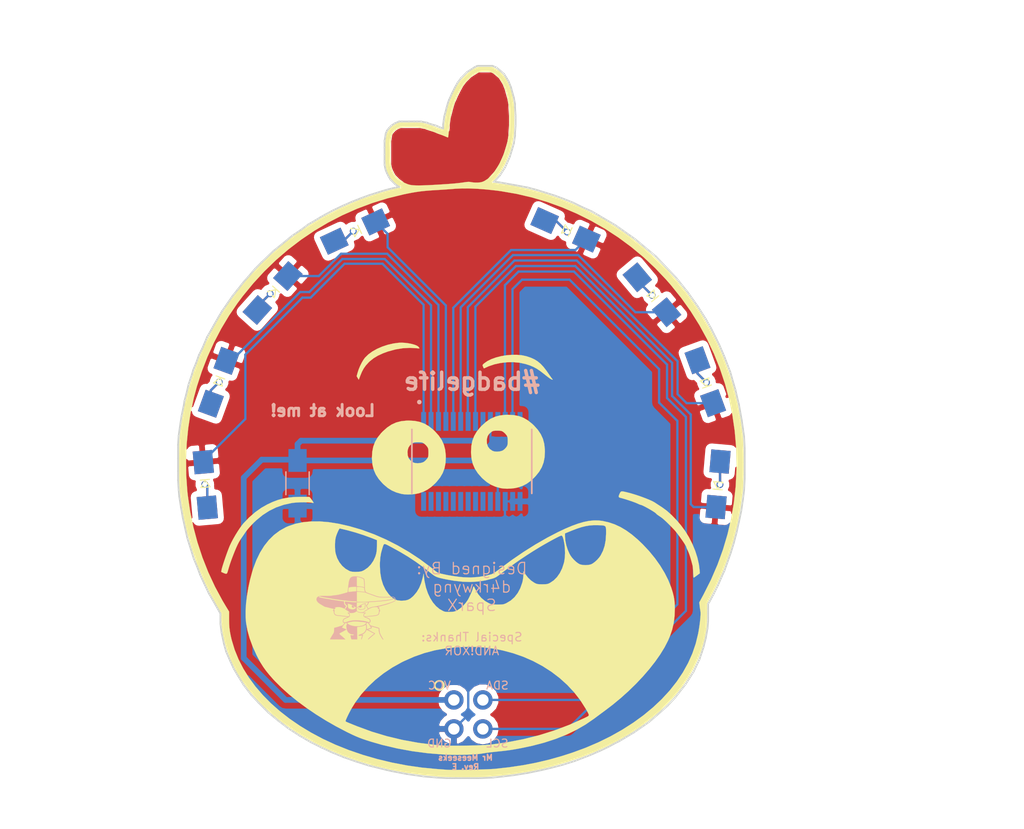
<source format=kicad_pcb>
(kicad_pcb (version 4) (host pcbnew 4.0.7)
  (layers (0 F.Cu signal) (31 B.Cu signal) (34 B.Paste user) (35 F.Paste user) (36 B.SilkS user) (37 F.SilkS user hide) (38 B.Mask user) (39 F.Mask user) (44 Edge.Cuts user))
  (net 0 "")
  (net 1 +3V3)
  (net 2 GND)
  (net 3 "Net-(D1-Pad2)")
  (net 4 "Net-(D2-Pad2)")
  (net 5 "Net-(D3-Pad2)")
  (net 6 "Net-(D4-Pad2)")
  (net 7 "Net-(D5-Pad2)")
  (net 8 "Net-(D6-Pad2)")
  (net 9 "Net-(D7-Pad2)")
  (net 10 "Net-(D8-Pad2)")
  (net 11 "Net-(R1-Pad1)")
  (net 12 "Net-(R2-Pad1)")
  (net 13 "Net-(R3-Pad1)")
  (net 14 "Net-(R4-Pad1)")
  (net 15 "Net-(R5-Pad1)")
  (net 16 "Net-(R6-Pad1)")
  (net 17 "Net-(R7-Pad1)")
  (net 18 "Net-(R8-Pad1)")
  (net 19 "Net-(R9-Pad1)")
  (net 20 scl)
  (net 21 sda)
  (net 22 "Net-(U1-Pad19)")
  (net 23 "Net-(U1-Pad20)")
  (net 24 "Net-(U1-Pad22)")
  (net 25 "Net-(U1-Pad23)")
  (net 26 "Net-(U1-Pad24)")
  (net 27 "Net-(U1-Pad25)")
  (net 28 "Net-(U1-Pad26)")
  (net 29 "Net-(U1-Pad27)")
  (net 30 "Net-(U1-Pad28)")
  (module mrmeeseeks-design:silkscreen (layer F.Cu) (at 99.05746 96.52254)
    (fp_text reference G*** hide)
    (fp_text value LOGO hide)
  )
  (module mrmeeseeks-addon-design:soldermask (layer F.Cu) (at 99.06 96.52)
    (fp_text reference G*** hide)
    (fp_text value LOGO hide)
  )
  (module mrmeeseeks-addon:Badgelife-Shitty-2x2 (layer F.Cu) (at 99.695 122.174)
    (fp_text reference X1)
    (fp_text value Badgelife_shitty_connector)
    (fp_text user SDA (at 2.54 -2.54) (layer B.SilkS) (effects (font (size 0.7 0.7) (thickness 0.1)) (justify mirror)))
    (fp_text user SCL (at 2.54 2.54) (layer B.SilkS) (effects (font (size 0.7 0.7) (thickness 0.1)) (justify mirror)))
    (fp_text user GND (at -2.54 2.54) (layer B.SilkS) (effects (font (size 0.7 0.7) (thickness 0.1)) (justify mirror)))
    (fp_text user VCC (at -2.54 -2.54) (layer B.SilkS) (effects (font (size 0.7 0.7) (thickness 0.1)) (justify mirror)))
    (pad 4 thru_hole circle (at 1.27 -1.27) (size 1.7 1.7) (drill 1) (layers *.Cu *.Mask) (net 21 sda))
    (pad 3 thru_hole oval (at 1.27 1.27) (size 1.7 1.7) (drill 1) (layers *.Cu *.Mask) (net 20 scl))
    (pad 1 thru_hole oval (at -1.27 -1.27) (size 1.7 1.7) (drill 1) (layers *.Cu *.Mask) (net 1 +3V3))
    (pad 2 thru_hole oval (at -1.27 1.27) (size 1.7 1.7) (drill 1) (layers *.Cu *.Mask) (net 2 GND))
  )
  (module mrmeeseeks-addon:R_1206_HandSoldering_NoSilk (layer B.Cu) (at 115.7732 85.3948 130)
    (fp_text reference R6)
    (fp_text value 220)
    (pad 1 smd rect (at -2 0 130) (size 2 1.7) (layers B.Cu B.Paste B.Mask) (net 16 "Net-(R6-Pad1)"))
    (pad 2 smd rect (at 2 0 130) (size 2 1.7) (layers B.Cu B.Paste B.Mask) (net 8 "Net-(D6-Pad2)"))
  )
  (module mrmeeseeks-addon:R_1206_HandSoldering_NoSilk (layer B.Cu) (at 76.6572 102.0572 275)
    (fp_text reference R1)
    (fp_text value 220)
    (pad 1 smd rect (at -2 0 275) (size 2 1.7) (layers B.Cu B.Paste B.Mask) (net 11 "Net-(R1-Pad1)"))
    (pad 2 smd rect (at 2 0 275) (size 2 1.7) (layers B.Cu B.Paste B.Mask) (net 3 "Net-(D1-Pad2)"))
  )
  (module mrmeeseeks-addon:R_1206_HandSoldering_NoSilk (layer B.Cu) (at 77.8256 93.0656 250)
    (fp_text reference R2)
    (fp_text value 220)
    (pad 1 smd rect (at -2 0 250) (size 2 1.7) (layers B.Cu B.Paste B.Mask) (net 12 "Net-(R2-Pad1)"))
    (pad 2 smd rect (at 2 0 250) (size 2 1.7) (layers B.Cu B.Paste B.Mask) (net 4 "Net-(D2-Pad2)"))
  )
  (module mrmeeseeks-addon:R_1206_HandSoldering_NoSilk (layer B.Cu) (at 82.55 85.2424 228)
    (fp_text reference R3)
    (fp_text value 220)
    (pad 1 smd rect (at -2 0 228) (size 2 1.7) (layers B.Cu B.Paste B.Mask) (net 13 "Net-(R3-Pad1)"))
    (pad 2 smd rect (at 2 0 228) (size 2 1.7) (layers B.Cu B.Paste B.Mask) (net 5 "Net-(D3-Pad2)"))
  )
  (module mrmeeseeks-addon:R_1206_HandSoldering_NoSilk (layer B.Cu) (at 89.7636 79.8576 205)
    (fp_text reference R4)
    (fp_text value 220)
    (pad 1 smd rect (at -2 0 205) (size 2 1.7) (layers B.Cu B.Paste B.Mask) (net 14 "Net-(R4-Pad1)"))
    (pad 2 smd rect (at 2 0 205) (size 2 1.7) (layers B.Cu B.Paste B.Mask) (net 6 "Net-(D4-Pad2)"))
  )
  (module mrmeeseeks-addon:R_1206_HandSoldering_NoSilk (layer B.Cu) (at 108.204 79.7052 156)
    (fp_text reference R5)
    (fp_text value 220)
    (pad 1 smd rect (at -2 0 156) (size 2 1.7) (layers B.Cu B.Paste B.Mask) (net 15 "Net-(R5-Pad1)"))
    (pad 2 smd rect (at 2 0 156) (size 2 1.7) (layers B.Cu B.Paste B.Mask) (net 7 "Net-(D5-Pad2)"))
  )
  (module mrmeeseeks-addon:R_1206_HandSoldering_NoSilk (layer B.Cu) (at 120.4468 93.0148 110)
    (fp_text reference R7)
    (fp_text value 220)
    (pad 1 smd rect (at -2 0 110) (size 2 1.7) (layers B.Cu B.Paste B.Mask) (net 17 "Net-(R7-Pad1)"))
    (pad 2 smd rect (at 2 0 110) (size 2 1.7) (layers B.Cu B.Paste B.Mask) (net 9 "Net-(D7-Pad2)"))
  )
  (module mrmeeseeks-addon:R_1206_HandSoldering_NoSilk (layer B.Cu) (at 121.5644 102.0064 85)
    (fp_text reference R8)
    (fp_text value 220)
    (pad 1 smd rect (at -2 0 85) (size 2 1.7) (layers B.Cu B.Paste B.Mask) (net 18 "Net-(R8-Pad1)"))
    (pad 2 smd rect (at 2 0 85) (size 2 1.7) (layers B.Cu B.Paste B.Mask) (net 10 "Net-(D8-Pad2)"))
  )
  (module mrmeeseeks-addon:LED_1206_HandSoldering_MinSilk (layer F.Cu) (at 76.6572 102.0572 275)
    (fp_text reference D1)
    (fp_text value LED)
    (pad 1 smd rect (at -2 0 275) (size 2 1.7) (layers F.Cu F.Paste F.Mask) (net 2 GND))
    (pad 2 smd rect (at 2 0 275) (size 2 1.7) (layers F.Cu F.Paste F.Mask) (net 3 "Net-(D1-Pad2)"))
  )
  (module mrmeeseeks-addon:LED_1206_HandSoldering_MinSilk (layer F.Cu) (at 77.8256 93.0656 250)
    (fp_text reference D2)
    (fp_text value LED)
    (pad 1 smd rect (at -2 0 250) (size 2 1.7) (layers F.Cu F.Paste F.Mask) (net 2 GND))
    (pad 2 smd rect (at 2 0 250) (size 2 1.7) (layers F.Cu F.Paste F.Mask) (net 4 "Net-(D2-Pad2)"))
  )
  (module mrmeeseeks-addon:LED_1206_HandSoldering_MinSilk (layer F.Cu) (at 82.55 85.2424 228)
    (fp_text reference D3)
    (fp_text value LED)
    (pad 1 smd rect (at -2 0 228) (size 2 1.7) (layers F.Cu F.Paste F.Mask) (net 2 GND))
    (pad 2 smd rect (at 2 0 228) (size 2 1.7) (layers F.Cu F.Paste F.Mask) (net 5 "Net-(D3-Pad2)"))
  )
  (module mrmeeseeks-addon:LED_1206_HandSoldering_MinSilk (layer F.Cu) (at 89.7636 79.8576 205)
    (fp_text reference D4)
    (fp_text value LED)
    (pad 1 smd rect (at -2 0 205) (size 2 1.7) (layers F.Cu F.Paste F.Mask) (net 2 GND))
    (pad 2 smd rect (at 2 0 205) (size 2 1.7) (layers F.Cu F.Paste F.Mask) (net 6 "Net-(D4-Pad2)"))
  )
  (module mrmeeseeks-addon:LED_1206_HandSoldering_MinSilk (layer F.Cu) (at 108.204 79.7052 156)
    (fp_text reference D5)
    (fp_text value LED)
    (pad 1 smd rect (at -2 0 156) (size 2 1.7) (layers F.Cu F.Paste F.Mask) (net 2 GND))
    (pad 2 smd rect (at 2 0 156) (size 2 1.7) (layers F.Cu F.Paste F.Mask) (net 7 "Net-(D5-Pad2)"))
  )
  (module mrmeeseeks-addon:LED_1206_HandSoldering_MinSilk (layer F.Cu) (at 115.7732 85.3948 130)
    (fp_text reference D6)
    (fp_text value LED)
    (pad 1 smd rect (at -2 0 130) (size 2 1.7) (layers F.Cu F.Paste F.Mask) (net 2 GND))
    (pad 2 smd rect (at 2 0 130) (size 2 1.7) (layers F.Cu F.Paste F.Mask) (net 8 "Net-(D6-Pad2)"))
  )
  (module mrmeeseeks-addon:LED_1206_HandSoldering_MinSilk (layer F.Cu) (at 120.4468 93.0148 110)
    (fp_text reference D7)
    (fp_text value LED)
    (pad 1 smd rect (at -2 0 110) (size 2 1.7) (layers F.Cu F.Paste F.Mask) (net 2 GND))
    (pad 2 smd rect (at 2 0 110) (size 2 1.7) (layers F.Cu F.Paste F.Mask) (net 9 "Net-(D7-Pad2)"))
  )
  (module mrmeeseeks-addon:LED_1206_HandSoldering_MinSilk (layer F.Cu) (at 121.5644 102.0064 85)
    (fp_text reference D8)
    (fp_text value LED)
    (pad 1 smd rect (at -2 0 85) (size 2 1.7) (layers F.Cu F.Paste F.Mask) (net 2 GND))
    (pad 2 smd rect (at 2 0 85) (size 2 1.7) (layers F.Cu F.Paste F.Mask) (net 10 "Net-(D8-Pad2)"))
  )
  (module Capacitors_SMD:C_1206_HandSoldering (layer B.Cu) (at 84.7344 101.9175 270)
    (fp_text reference C1)
    (fp_text value 0.1uf)
    (pad 1 smd rect (at -2 0 270) (size 2 1.6) (layers B.Cu B.Paste B.Mask) (net 1 +3V3))
    (pad 2 smd rect (at 2 0 270) (size 2 1.6) (layers B.Cu B.Paste B.Mask) (net 2 GND))
  )
  (module mrmeeseeks-design:smwyg (layer B.Cu) (at 110.744 112.268 180)
    (fp_text reference G*** hide)
    (fp_text value LOGO hide)
  )
  (module mrmeeseeks-design:d4rkwyng (layer B.Cu) (at 89.916 112.776 180)
    (fp_text reference G*** hide)
    (fp_text value LOGO hide)
  )
  (module mrmeeseeks-design:d4rkwyng_solder (layer B.Cu) (at 89.916 112.776 180)
    (fp_text reference G*** hide)
    (fp_text value LOGO hide)
  )
  (module mrmeeseeks-lib:MCP23017-ESS_NoSilk (layer B.Cu) (at 100 100 270)
    (fp_text reference U1)
    (fp_text value MCP23017)
    (pad 1 smd rect (at -3.505 4.225 270) (size 1.651 0.4318) (layers B.Cu B.Paste B.Mask) (net 11 "Net-(R1-Pad1)"))
    (pad 2 smd rect (at -3.505 3.575 270) (size 1.651 0.4318) (layers B.Cu B.Paste B.Mask) (net 12 "Net-(R2-Pad1)"))
    (pad 3 smd rect (at -3.505 2.925 270) (size 1.651 0.4318) (layers B.Cu B.Paste B.Mask) (net 13 "Net-(R3-Pad1)"))
    (pad 4 smd rect (at -3.505 2.275 270) (size 1.651 0.4318) (layers B.Cu B.Paste B.Mask) (net 14 "Net-(R4-Pad1)"))
    (pad 5 smd rect (at -3.505 1.625 270) (size 1.651 0.4318) (layers B.Cu B.Paste B.Mask) (net 15 "Net-(R5-Pad1)"))
    (pad 6 smd rect (at -3.505 0.975 270) (size 1.651 0.4318) (layers B.Cu B.Paste B.Mask) (net 16 "Net-(R6-Pad1)"))
    (pad 7 smd rect (at -3.505 0.325 270) (size 1.651 0.4318) (layers B.Cu B.Paste B.Mask) (net 17 "Net-(R7-Pad1)"))
    (pad 8 smd rect (at -3.505 -0.325 270) (size 1.651 0.4318) (layers B.Cu B.Paste B.Mask) (net 18 "Net-(R8-Pad1)"))
    (pad 9 smd rect (at -3.505 -0.975 270) (size 1.651 0.4318) (layers B.Cu B.Paste B.Mask) (net 1 +3V3))
    (pad 10 smd rect (at -3.505 -1.625 270) (size 1.651 0.4318) (layers B.Cu B.Paste B.Mask) (net 2 GND))
    (pad 11 smd rect (at -3.505 -2.275 270) (size 1.651 0.4318) (layers B.Cu B.Paste B.Mask))
    (pad 12 smd rect (at -3.505 -2.925 270) (size 1.651 0.4318) (layers B.Cu B.Paste B.Mask) (net 20 scl))
    (pad 13 smd rect (at -3.505 -3.575 270) (size 1.651 0.4318) (layers B.Cu B.Paste B.Mask) (net 21 sda))
    (pad 14 smd rect (at -3.505 -4.225 270) (size 1.651 0.4318) (layers B.Cu B.Paste B.Mask))
    (pad 15 smd rect (at 3.505 -4.225 270) (size 1.651 0.4318) (layers B.Cu B.Paste B.Mask) (net 2 GND))
    (pad 16 smd rect (at 3.505 -3.575 270) (size 1.651 0.4318) (layers B.Cu B.Paste B.Mask) (net 2 GND))
    (pad 17 smd rect (at 3.505 -2.925 270) (size 1.651 0.4318) (layers B.Cu B.Paste B.Mask) (net 2 GND))
    (pad 18 smd rect (at 3.505 -2.275 270) (size 1.651 0.4318) (layers B.Cu B.Paste B.Mask) (net 1 +3V3))
    (pad 19 smd rect (at 3.505 -1.625 270) (size 1.651 0.4318) (layers B.Cu B.Paste B.Mask) (net 22 "Net-(U1-Pad19)"))
    (pad 20 smd rect (at 3.505 -0.975 270) (size 1.651 0.4318) (layers B.Cu B.Paste B.Mask) (net 23 "Net-(U1-Pad20)"))
    (pad 21 smd rect (at 3.505 -0.325 270) (size 1.651 0.4318) (layers B.Cu B.Paste B.Mask) (net 19 "Net-(R9-Pad1)"))
    (pad 22 smd rect (at 3.505 0.325 270) (size 1.651 0.4318) (layers B.Cu B.Paste B.Mask) (net 24 "Net-(U1-Pad22)"))
    (pad 23 smd rect (at 3.505 0.975 270) (size 1.651 0.4318) (layers B.Cu B.Paste B.Mask) (net 25 "Net-(U1-Pad23)"))
    (pad 24 smd rect (at 3.505 1.625 270) (size 1.651 0.4318) (layers B.Cu B.Paste B.Mask) (net 26 "Net-(U1-Pad24)"))
    (pad 25 smd rect (at 3.505 2.275 270) (size 1.651 0.4318) (layers B.Cu B.Paste B.Mask) (net 27 "Net-(U1-Pad25)"))
    (pad 26 smd rect (at 3.505 2.925 270) (size 1.651 0.4318) (layers B.Cu B.Paste B.Mask) (net 28 "Net-(U1-Pad26)"))
    (pad 27 smd rect (at 3.505 3.575 270) (size 1.651 0.4318) (layers B.Cu B.Paste B.Mask) (net 29 "Net-(U1-Pad27)"))
    (pad 28 smd rect (at 3.505 4.225 270) (size 1.651 0.4318) (layers B.Cu B.Paste B.Mask) (net 30 "Net-(U1-Pad28)"))
  )
  (gr_text "Look at me!" (at 86.95 95.55) (layer B.SilkS) (effects (font (size 1 1) (thickness 0.25)) (justify mirror)))
  (gr_text "Mr Meeseeks\nRev. E" (at 99.441 126.365) (layer B.SilkS) (effects (font (size 0.5 0.5) (thickness 0.125)) (justify mirror)))
  (gr_text "#badgelife" (at 100 93) (layer B.SilkS) (effects (font (size 1.5 1.5) (thickness 0.3)) (justify mirror)))
  (gr_text "Special Thanks:\nAND!XOR" (at 100 116) (layer B.SilkS) (effects (font (size 0.75 0.75) (thickness 0.1)) (justify mirror)))
  (gr_text "Designed By:\nd4rkwyng\nSparX" (at 100 111) (layer B.SilkS) (effects (font (size 1 1) (thickness 0.1)) (justify mirror)))
  (gr_line (start 110.49 78.0796) (end 110.8456 78.2828) (angle 90) (layer Edge.Cuts) (width 0.15))
  (gr_line (start 109.474 77.6224) (end 110.49 78.0796) (angle 90) (layer Edge.Cuts) (width 0.15))
  (gr_line (start 108.8644 77.3176) (end 109.474 77.6224) (angle 90) (layer Edge.Cuts) (width 0.15))
  (gr_line (start 108.1024 77.0128) (end 108.8644 77.3176) (angle 90) (layer Edge.Cuts) (width 0.15))
  (gr_line (start 107.2896 76.708) (end 108.1024 77.0128) (angle 90) (layer Edge.Cuts) (width 0.15))
  (gr_line (start 106.4768 76.454) (end 107.2896 76.708) (angle 90) (layer Edge.Cuts) (width 0.15))
  (gr_line (start 105.664 76.2) (end 106.4768 76.454) (angle 90) (layer Edge.Cuts) (width 0.15))
  (gr_line (start 104.902 75.9968) (end 105.664 76.2) (angle 90) (layer Edge.Cuts) (width 0.15))
  (gr_line (start 103.8352 75.7936) (end 104.902 75.9968) (angle 90) (layer Edge.Cuts) (width 0.15))
  (gr_line (start 102.9716 75.6412) (end 103.8352 75.7936) (angle 90) (layer Edge.Cuts) (width 0.15))
  (gr_line (start 102.4128 75.5396) (end 102.9716 75.6412) (angle 90) (layer Edge.Cuts) (width 0.15))
  (gr_line (start 101.9556 75.4888) (end 102.4128 75.5396) (angle 90) (layer Edge.Cuts) (width 0.15))
  (gr_line (start 102.4636 74.93) (end 101.9556 75.4888) (angle 90) (layer Edge.Cuts) (width 0.15))
  (gr_line (start 102.9208 74.2188) (end 102.4636 74.93) (angle 90) (layer Edge.Cuts) (width 0.15))
  (gr_line (start 103.124 73.7616) (end 102.9208 74.2188) (angle 90) (layer Edge.Cuts) (width 0.15))
  (gr_line (start 103.3272 73.3044) (end 103.124 73.7616) (angle 90) (layer Edge.Cuts) (width 0.15))
  (gr_line (start 103.5304 72.644) (end 103.3272 73.3044) (angle 90) (layer Edge.Cuts) (width 0.15))
  (gr_line (start 103.6828 72.136) (end 103.5304 72.644) (angle 90) (layer Edge.Cuts) (width 0.15))
  (gr_line (start 103.7844 71.4756) (end 103.6828 72.136) (angle 90) (layer Edge.Cuts) (width 0.15))
  (gr_line (start 103.7844 71.2216) (end 103.7844 71.4756) (angle 90) (layer Edge.Cuts) (width 0.15))
  (gr_line (start 103.8352 70.5612) (end 103.7844 71.2216) (angle 90) (layer Edge.Cuts) (width 0.15))
  (gr_line (start 103.8352 69.9008) (end 103.8352 70.5612) (angle 90) (layer Edge.Cuts) (width 0.15))
  (gr_line (start 103.8352 69.6976) (end 103.8352 69.9008) (angle 90) (layer Edge.Cuts) (width 0.15))
  (gr_line (start 103.7844 68.9864) (end 103.8352 69.6976) (angle 90) (layer Edge.Cuts) (width 0.15))
  (gr_line (start 103.7844 68.6816) (end 103.7844 68.9864) (angle 90) (layer Edge.Cuts) (width 0.15))
  (gr_line (start 103.6828 68.1228) (end 103.7844 68.6816) (angle 90) (layer Edge.Cuts) (width 0.15))
  (gr_line (start 103.5812 67.7672) (end 103.6828 68.1228) (angle 90) (layer Edge.Cuts) (width 0.15))
  (gr_line (start 103.4288 67.2084) (end 103.5812 67.7672) (angle 90) (layer Edge.Cuts) (width 0.15))
  (gr_line (start 103.2256 66.7004) (end 103.4288 67.2084) (angle 90) (layer Edge.Cuts) (width 0.15))
  (gr_line (start 103.0732 66.4464) (end 103.2256 66.7004) (angle 90) (layer Edge.Cuts) (width 0.15))
  (gr_line (start 102.8192 66.04) (end 103.0732 66.4464) (angle 90) (layer Edge.Cuts) (width 0.15))
  (gr_line (start 102.4636 65.7352) (end 102.8192 66.04) (angle 90) (layer Edge.Cuts) (width 0.15))
  (gr_line (start 102.1588 65.4812) (end 102.4636 65.7352) (angle 90) (layer Edge.Cuts) (width 0.15))
  (gr_line (start 101.8032 65.3288) (end 102.1588 65.4812) (angle 90) (layer Edge.Cuts) (width 0.15))
  (gr_line (start 100.4824 65.3288) (end 101.8032 65.3288) (angle 90) (layer Edge.Cuts) (width 0.15))
  (gr_line (start 100.2792 65.4304) (end 100.4824 65.3288) (angle 90) (layer Edge.Cuts) (width 0.15))
  (gr_line (start 99.8728 65.6844) (end 100.2792 65.4304) (angle 90) (layer Edge.Cuts) (width 0.15))
  (gr_line (start 99.568 65.8876) (end 99.8728 65.6844) (angle 90) (layer Edge.Cuts) (width 0.15))
  (gr_line (start 99.06 66.3956) (end 99.568 65.8876) (angle 90) (layer Edge.Cuts) (width 0.15))
  (gr_line (start 98.7552 66.802) (end 99.06 66.3956) (angle 90) (layer Edge.Cuts) (width 0.15))
  (gr_line (start 98.5012 67.2592) (end 98.7552 66.802) (angle 90) (layer Edge.Cuts) (width 0.15))
  (gr_line (start 98.2472 67.7672) (end 98.5012 67.2592) (angle 90) (layer Edge.Cuts) (width 0.15))
  (gr_line (start 98.0948 68.1228) (end 98.2472 67.7672) (angle 90) (layer Edge.Cuts) (width 0.15))
  (gr_line (start 97.9932 68.326) (end 98.0948 68.1228) (angle 90) (layer Edge.Cuts) (width 0.15))
  (gr_line (start 97.8916 68.6308) (end 97.9932 68.326) (angle 90) (layer Edge.Cuts) (width 0.15))
  (gr_line (start 97.79 68.9864) (end 97.8916 68.6308) (angle 90) (layer Edge.Cuts) (width 0.15))
  (gr_line (start 97.6884 69.3928) (end 97.79 68.9864) (angle 90) (layer Edge.Cuts) (width 0.15))
  (gr_line (start 97.5868 69.7484) (end 97.6884 69.3928) (angle 90) (layer Edge.Cuts) (width 0.15))
  (gr_line (start 97.536 70.104) (end 97.5868 69.7484) (angle 90) (layer Edge.Cuts) (width 0.15))
  (gr_line (start 97.4852 70.4596) (end 97.536 70.104) (angle 90) (layer Edge.Cuts) (width 0.15))
  (gr_line (start 97.4852 70.8152) (end 97.4852 70.4596) (angle 90) (layer Edge.Cuts) (width 0.15))
  (gr_line (start 97.3328 70.7644) (end 97.4852 70.8152) (angle 90) (layer Edge.Cuts) (width 0.15))
  (gr_line (start 97.1804 70.7136) (end 97.3328 70.7644) (angle 90) (layer Edge.Cuts) (width 0.15))
  (gr_line (start 96.9772 70.612) (end 97.1804 70.7136) (angle 90) (layer Edge.Cuts) (width 0.15))
  (gr_line (start 96.8248 70.5612) (end 96.9772 70.612) (angle 90) (layer Edge.Cuts) (width 0.15))
  (gr_line (start 96.4692 70.4596) (end 96.8248 70.5612) (angle 90) (layer Edge.Cuts) (width 0.15))
  (gr_line (start 96.1644 70.358) (end 96.4692 70.4596) (angle 90) (layer Edge.Cuts) (width 0.15))
  (gr_line (start 96.0628 70.3072) (end 96.1644 70.358) (angle 90) (layer Edge.Cuts) (width 0.15))
  (gr_line (start 95.758 70.2564) (end 96.0628 70.3072) (angle 90) (layer Edge.Cuts) (width 0.15))
  (gr_line (start 95.5548 70.2056) (end 95.758 70.2564) (angle 90) (layer Edge.Cuts) (width 0.15))
  (gr_line (start 95.1992 70.2056) (end 95.5548 70.2056) (angle 90) (layer Edge.Cuts) (width 0.15))
  (gr_line (start 94.9452 70.2056) (end 95.1992 70.2056) (angle 90) (layer Edge.Cuts) (width 0.15))
  (gr_line (start 94.488 70.2056) (end 94.9452 70.2056) (angle 90) (layer Edge.Cuts) (width 0.15))
  (gr_line (start 93.8784 70.2056) (end 94.488 70.2056) (angle 90) (layer Edge.Cuts) (width 0.15))
  (gr_line (start 93.6244 70.2056) (end 93.8784 70.2056) (angle 90) (layer Edge.Cuts) (width 0.15))
  (gr_line (start 93.5228 70.2564) (end 93.6244 70.2056) (angle 90) (layer Edge.Cuts) (width 0.15))
  (gr_line (start 93.2688 70.358) (end 93.5228 70.2564) (angle 90) (layer Edge.Cuts) (width 0.15))
  (gr_line (start 92.964 70.5612) (end 93.2688 70.358) (angle 90) (layer Edge.Cuts) (width 0.15))
  (gr_line (start 92.7608 70.7644) (end 92.964 70.5612) (angle 90) (layer Edge.Cuts) (width 0.15))
  (gr_line (start 92.5576 71.0184) (end 92.7608 70.7644) (angle 90) (layer Edge.Cuts) (width 0.15))
  (gr_line (start 92.456 71.2724) (end 92.5576 71.0184) (angle 90) (layer Edge.Cuts) (width 0.15))
  (gr_line (start 92.4052 71.628) (end 92.456 71.2724) (angle 90) (layer Edge.Cuts) (width 0.15))
  (gr_line (start 92.3544 71.882) (end 92.4052 71.628) (angle 90) (layer Edge.Cuts) (width 0.15))
  (gr_line (start 92.3544 71.9836) (end 92.3544 71.882) (angle 90) (layer Edge.Cuts) (width 0.15))
  (gr_line (start 92.3544 72.4916) (end 92.3544 71.9836) (angle 90) (layer Edge.Cuts) (width 0.15))
  (gr_line (start 92.3544 73.1012) (end 92.3544 72.4916) (angle 90) (layer Edge.Cuts) (width 0.15))
  (gr_line (start 92.3544 73.66) (end 92.3544 73.1012) (angle 90) (layer Edge.Cuts) (width 0.15))
  (gr_line (start 92.3544 74.0156) (end 92.3544 73.66) (angle 90) (layer Edge.Cuts) (width 0.15))
  (gr_line (start 92.4052 74.2696) (end 92.3544 74.0156) (angle 90) (layer Edge.Cuts) (width 0.15))
  (gr_line (start 92.456 74.4728) (end 92.4052 74.2696) (angle 90) (layer Edge.Cuts) (width 0.15))
  (gr_line (start 92.5576 74.7268) (end 92.456 74.4728) (angle 90) (layer Edge.Cuts) (width 0.15))
  (gr_line (start 92.71 75.0316) (end 92.5576 74.7268) (angle 90) (layer Edge.Cuts) (width 0.15))
  (gr_line (start 92.8624 75.2856) (end 92.71 75.0316) (angle 90) (layer Edge.Cuts) (width 0.15))
  (gr_line (start 92.964 75.3872) (end 92.8624 75.2856) (angle 90) (layer Edge.Cuts) (width 0.15))
  (gr_line (start 93.2688 75.692) (end 92.964 75.3872) (angle 90) (layer Edge.Cuts) (width 0.15))
  (gr_line (start 93.472 75.8444) (end 93.2688 75.692) (angle 90) (layer Edge.Cuts) (width 0.15))
  (gr_line (start 93.6244 75.946) (end 93.472 75.8444) (angle 90) (layer Edge.Cuts) (width 0.15))
  (gr_line (start 93.1164 76.0476) (end 93.6244 75.946) (angle 90) (layer Edge.Cuts) (width 0.15))
  (gr_line (start 92.5068 76.2) (end 93.1164 76.0476) (angle 90) (layer Edge.Cuts) (width 0.15))
  (gr_line (start 91.8464 76.4032) (end 92.5068 76.2) (angle 90) (layer Edge.Cuts) (width 0.15))
  (gr_line (start 91.0336 76.6572) (end 91.8464 76.4032) (angle 90) (layer Edge.Cuts) (width 0.15))
  (gr_line (start 90.4748 76.8604) (end 91.0336 76.6572) (angle 90) (layer Edge.Cuts) (width 0.15))
  (gr_line (start 90.2208 76.962) (end 90.4748 76.8604) (angle 90) (layer Edge.Cuts) (width 0.15))
  (gr_line (start 89.5604 77.216) (end 90.2208 76.962) (angle 90) (layer Edge.Cuts) (width 0.15))
  (gr_line (start 88.7476 77.5716) (end 89.5604 77.216) (angle 90) (layer Edge.Cuts) (width 0.15))
  (gr_line (start 87.884 77.978) (end 88.7476 77.5716) (angle 90) (layer Edge.Cuts) (width 0.15))
  (gr_line (start 87.122 78.3844) (end 87.884 77.978) (angle 90) (layer Edge.Cuts) (width 0.15))
  (gr_line (start 86.7664 78.5876) (end 87.122 78.3844) (angle 90) (layer Edge.Cuts) (width 0.15))
  (gr_line (start 86.2584 78.8924) (end 86.7664 78.5876) (angle 90) (layer Edge.Cuts) (width 0.15))
  (gr_line (start 85.6488 79.248) (end 86.2584 78.8924) (angle 90) (layer Edge.Cuts) (width 0.15))
  (gr_line (start 85.0392 79.7052) (end 85.6488 79.248) (angle 90) (layer Edge.Cuts) (width 0.15))
  (gr_line (start 84.2772 80.2132) (end 85.0392 79.7052) (angle 90) (layer Edge.Cuts) (width 0.15))
  (gr_line (start 83.4136 80.9244) (end 84.2772 80.2132) (angle 90) (layer Edge.Cuts) (width 0.15))
  (gr_line (start 82.6516 81.534) (end 83.4136 80.9244) (angle 90) (layer Edge.Cuts) (width 0.15))
  (gr_line (start 81.5848 82.55) (end 82.6516 81.534) (angle 90) (layer Edge.Cuts) (width 0.15))
  (gr_line (start 81.026 83.1088) (end 81.5848 82.55) (angle 90) (layer Edge.Cuts) (width 0.15))
  (gr_line (start 80.4164 83.82) (end 81.026 83.1088) (angle 90) (layer Edge.Cuts) (width 0.15))
  (gr_line (start 80.01 84.2772) (end 80.4164 83.82) (angle 90) (layer Edge.Cuts) (width 0.15))
  (gr_line (start 79.4512 84.9884) (end 80.01 84.2772) (angle 90) (layer Edge.Cuts) (width 0.15))
  (gr_line (start 79.0448 85.4964) (end 79.4512 84.9884) (angle 90) (layer Edge.Cuts) (width 0.15))
  (gr_line (start 78.5876 86.1568) (end 79.0448 85.4964) (angle 90) (layer Edge.Cuts) (width 0.15))
  (gr_line (start 78.1304 86.8172) (end 78.5876 86.1568) (angle 90) (layer Edge.Cuts) (width 0.15))
  (gr_line (start 77.8256 87.3252) (end 78.1304 86.8172) (angle 90) (layer Edge.Cuts) (width 0.15))
  (gr_line (start 77.4192 88.0364) (end 77.8256 87.3252) (angle 90) (layer Edge.Cuts) (width 0.15))
  (gr_line (start 77.1652 88.4936) (end 77.4192 88.0364) (angle 90) (layer Edge.Cuts) (width 0.15))
  (gr_line (start 76.8096 89.1032) (end 77.1652 88.4936) (angle 90) (layer Edge.Cuts) (width 0.15))
  (gr_line (start 76.5556 89.7128) (end 76.8096 89.1032) (angle 90) (layer Edge.Cuts) (width 0.15))
  (gr_line (start 76.4032 90.0684) (end 76.5556 89.7128) (angle 90) (layer Edge.Cuts) (width 0.15))
  (gr_line (start 76.3524 90.17) (end 76.4032 90.0684) (angle 90) (layer Edge.Cuts) (width 0.15))
  (gr_line (start 76.0984 90.678) (end 76.3524 90.17) (angle 90) (layer Edge.Cuts) (width 0.15))
  (gr_line (start 75.8444 91.3892) (end 76.0984 90.678) (angle 90) (layer Edge.Cuts) (width 0.15))
  (gr_line (start 75.5904 91.9988) (end 75.8444 91.3892) (angle 90) (layer Edge.Cuts) (width 0.15))
  (gr_line (start 75.4888 92.3544) (end 75.5904 91.9988) (angle 90) (layer Edge.Cuts) (width 0.15))
  (gr_line (start 75.184 93.2688) (end 75.4888 92.3544) (angle 90) (layer Edge.Cuts) (width 0.15))
  (gr_line (start 74.9808 94.1324) (end 75.184 93.2688) (angle 90) (layer Edge.Cuts) (width 0.15))
  (gr_line (start 74.8284 94.6912) (end 74.9808 94.1324) (angle 90) (layer Edge.Cuts) (width 0.15))
  (gr_line (start 74.7776 95.0468) (end 74.8284 94.6912) (angle 90) (layer Edge.Cuts) (width 0.15))
  (gr_line (start 74.5744 96.012) (end 74.7776 95.0468) (angle 90) (layer Edge.Cuts) (width 0.15))
  (gr_line (start 74.4728 96.6724) (end 74.5744 96.012) (angle 90) (layer Edge.Cuts) (width 0.15))
  (gr_line (start 74.3204 97.7392) (end 74.4728 96.6724) (angle 90) (layer Edge.Cuts) (width 0.15))
  (gr_line (start 74.2696 98.552) (end 74.3204 97.7392) (angle 90) (layer Edge.Cuts) (width 0.15))
  (gr_line (start 74.2696 99.7204) (end 74.2696 98.552) (angle 90) (layer Edge.Cuts) (width 0.15))
  (gr_line (start 74.2696 100.838) (end 74.2696 99.7204) (angle 90) (layer Edge.Cuts) (width 0.15))
  (gr_line (start 74.2696 101.6508) (end 74.2696 100.838) (angle 90) (layer Edge.Cuts) (width 0.15))
  (gr_line (start 74.3204 102.5144) (end 74.2696 101.6508) (angle 90) (layer Edge.Cuts) (width 0.15))
  (gr_line (start 74.3712 103.0732) (end 74.3204 102.5144) (angle 90) (layer Edge.Cuts) (width 0.15))
  (gr_line (start 74.5236 104.0384) (end 74.3712 103.0732) (angle 90) (layer Edge.Cuts) (width 0.15))
  (gr_line (start 74.6252 104.5972) (end 74.5236 104.0384) (angle 90) (layer Edge.Cuts) (width 0.15))
  (gr_line (start 74.676 104.902) (end 74.6252 104.5972) (angle 90) (layer Edge.Cuts) (width 0.15))
  (gr_line (start 74.8792 105.8164) (end 74.676 104.902) (angle 90) (layer Edge.Cuts) (width 0.15))
  (gr_line (start 75.0824 106.7308) (end 74.8792 105.8164) (angle 90) (layer Edge.Cuts) (width 0.15))
  (gr_line (start 75.3872 107.696) (end 75.0824 106.7308) (angle 90) (layer Edge.Cuts) (width 0.15))
  (gr_line (start 75.6412 108.5088) (end 75.3872 107.696) (angle 90) (layer Edge.Cuts) (width 0.15))
  (gr_line (start 75.9968 109.3724) (end 75.6412 108.5088) (angle 90) (layer Edge.Cuts) (width 0.15))
  (gr_line (start 76.2 109.9312) (end 75.9968 109.3724) (angle 90) (layer Edge.Cuts) (width 0.15))
  (gr_line (start 76.5556 110.6932) (end 76.2 109.9312) (angle 90) (layer Edge.Cuts) (width 0.15))
  (gr_line (start 76.962 111.5568) (end 76.5556 110.6932) (angle 90) (layer Edge.Cuts) (width 0.15))
  (gr_line (start 77.3176 112.1664) (end 76.962 111.5568) (angle 90) (layer Edge.Cuts) (width 0.15))
  (gr_line (start 77.724 112.8776) (end 77.3176 112.1664) (angle 90) (layer Edge.Cuts) (width 0.15))
  (gr_line (start 77.978 113.3348) (end 77.724 112.8776) (angle 90) (layer Edge.Cuts) (width 0.15))
  (gr_line (start 77.978 113.4872) (end 77.978 113.3348) (angle 90) (layer Edge.Cuts) (width 0.15))
  (gr_line (start 77.978 114.2492) (end 77.978 113.4872) (angle 90) (layer Edge.Cuts) (width 0.15))
  (gr_line (start 78.0796 115.0112) (end 77.978 114.2492) (angle 90) (layer Edge.Cuts) (width 0.15))
  (gr_line (start 78.2828 115.9764) (end 78.0796 115.0112) (angle 90) (layer Edge.Cuts) (width 0.15))
  (gr_line (start 78.486 116.6876) (end 78.2828 115.9764) (angle 90) (layer Edge.Cuts) (width 0.15))
  (gr_line (start 78.8416 117.5004) (end 78.486 116.6876) (angle 90) (layer Edge.Cuts) (width 0.15))
  (gr_line (start 79.1464 118.1608) (end 78.8416 117.5004) (angle 90) (layer Edge.Cuts) (width 0.15))
  (gr_line (start 79.502 118.7704) (end 79.1464 118.1608) (angle 90) (layer Edge.Cuts) (width 0.15))
  (gr_line (start 80.01 119.5832) (end 79.502 118.7704) (angle 90) (layer Edge.Cuts) (width 0.15))
  (gr_line (start 80.6704 120.4468) (end 80.01 119.5832) (angle 90) (layer Edge.Cuts) (width 0.15))
  (gr_line (start 81.3308 121.158) (end 80.6704 120.4468) (angle 90) (layer Edge.Cuts) (width 0.15))
  (gr_line (start 81.8388 121.666) (end 81.3308 121.158) (angle 90) (layer Edge.Cuts) (width 0.15))
  (gr_line (start 82.1944 122.0216) (end 81.8388 121.666) (angle 90) (layer Edge.Cuts) (width 0.15))
  (gr_line (start 83.058 122.7328) (end 82.1944 122.0216) (angle 90) (layer Edge.Cuts) (width 0.15))
  (gr_line (start 83.9216 123.3932) (end 83.058 122.7328) (angle 90) (layer Edge.Cuts) (width 0.15))
  (gr_line (start 84.9376 124.0536) (end 83.9216 123.3932) (angle 90) (layer Edge.Cuts) (width 0.15))
  (gr_line (start 85.9028 124.6124) (end 84.9376 124.0536) (angle 90) (layer Edge.Cuts) (width 0.15))
  (gr_line (start 86.8172 125.0696) (end 85.9028 124.6124) (angle 90) (layer Edge.Cuts) (width 0.15))
  (gr_line (start 87.6808 125.476) (end 86.8172 125.0696) (angle 90) (layer Edge.Cuts) (width 0.15))
  (gr_line (start 88.7984 125.9332) (end 87.6808 125.476) (angle 90) (layer Edge.Cuts) (width 0.15))
  (gr_line (start 89.8144 126.2888) (end 88.7984 125.9332) (angle 90) (layer Edge.Cuts) (width 0.15))
  (gr_line (start 90.932 126.6444) (end 89.8144 126.2888) (angle 90) (layer Edge.Cuts) (width 0.15))
  (gr_line (start 91.3384 126.746) (end 90.932 126.6444) (angle 90) (layer Edge.Cuts) (width 0.15))
  (gr_line (start 91.7448 126.8476) (end 91.3384 126.746) (angle 90) (layer Edge.Cuts) (width 0.15))
  (gr_line (start 92.5576 127.0508) (end 91.7448 126.8476) (angle 90) (layer Edge.Cuts) (width 0.15))
  (gr_line (start 93.0148 127.1524) (end 92.5576 127.0508) (angle 90) (layer Edge.Cuts) (width 0.15))
  (gr_line (start 94.3356 127.4064) (end 93.0148 127.1524) (angle 90) (layer Edge.Cuts) (width 0.15))
  (gr_line (start 95.758 127.6096) (end 94.3356 127.4064) (angle 90) (layer Edge.Cuts) (width 0.15))
  (gr_line (start 96.9264 127.7112) (end 95.758 127.6096) (angle 90) (layer Edge.Cuts) (width 0.15))
  (gr_line (start 97.8408 127.762) (end 96.9264 127.7112) (angle 90) (layer Edge.Cuts) (width 0.15))
  (gr_line (start 98.0948 127.762) (end 97.8408 127.762) (angle 90) (layer Edge.Cuts) (width 0.15))
  (gr_line (start 98.6028 127.762) (end 98.0948 127.762) (angle 90) (layer Edge.Cuts) (width 0.15))
  (gr_line (start 99.7712 127.762) (end 98.6028 127.762) (angle 90) (layer Edge.Cuts) (width 0.15))
  (gr_line (start 100.6856 127.762) (end 99.7712 127.762) (angle 90) (layer Edge.Cuts) (width 0.15))
  (gr_line (start 101.854 127.7112) (end 100.6856 127.762) (angle 90) (layer Edge.Cuts) (width 0.15))
  (gr_line (start 102.7684 127.6096) (end 101.854 127.7112) (angle 90) (layer Edge.Cuts) (width 0.15))
  (gr_line (start 103.632 127.508) (end 102.7684 127.6096) (angle 90) (layer Edge.Cuts) (width 0.15))
  (gr_line (start 104.902 127.3048) (end 103.632 127.508) (angle 90) (layer Edge.Cuts) (width 0.15))
  (gr_line (start 106.1212 127.0508) (end 104.902 127.3048) (angle 90) (layer Edge.Cuts) (width 0.15))
  (gr_line (start 106.9848 126.8476) (end 106.1212 127.0508) (angle 90) (layer Edge.Cuts) (width 0.15))
  (gr_line (start 107.95 126.5936) (end 106.9848 126.8476) (angle 90) (layer Edge.Cuts) (width 0.15))
  (gr_line (start 109.0676 126.238) (end 107.95 126.5936) (angle 90) (layer Edge.Cuts) (width 0.15))
  (gr_line (start 110.3884 125.73) (end 109.0676 126.238) (angle 90) (layer Edge.Cuts) (width 0.15))
  (gr_line (start 111.2012 125.3744) (end 110.3884 125.73) (angle 90) (layer Edge.Cuts) (width 0.15))
  (gr_line (start 111.9632 125.0188) (end 111.2012 125.3744) (angle 90) (layer Edge.Cuts) (width 0.15))
  (gr_line (start 112.4204 124.7648) (end 111.9632 125.0188) (angle 90) (layer Edge.Cuts) (width 0.15))
  (gr_line (start 112.9284 124.5108) (end 112.4204 124.7648) (angle 90) (layer Edge.Cuts) (width 0.15))
  (gr_line (start 113.4364 124.206) (end 112.9284 124.5108) (angle 90) (layer Edge.Cuts) (width 0.15))
  (gr_line (start 114.1984 123.7488) (end 113.4364 124.206) (angle 90) (layer Edge.Cuts) (width 0.15))
  (gr_line (start 115.0112 123.19) (end 114.1984 123.7488) (angle 90) (layer Edge.Cuts) (width 0.15))
  (gr_line (start 115.5192 122.8344) (end 115.0112 123.19) (angle 90) (layer Edge.Cuts) (width 0.15))
  (gr_line (start 116.2304 122.2248) (end 115.5192 122.8344) (angle 90) (layer Edge.Cuts) (width 0.15))
  (gr_line (start 117.1448 121.412) (end 116.2304 122.2248) (angle 90) (layer Edge.Cuts) (width 0.15))
  (gr_line (start 117.8052 120.7008) (end 117.1448 121.412) (angle 90) (layer Edge.Cuts) (width 0.15))
  (gr_line (start 118.7196 119.5324) (end 117.8052 120.7008) (angle 90) (layer Edge.Cuts) (width 0.15))
  (gr_line (start 119.0752 118.9736) (end 118.7196 119.5324) (angle 90) (layer Edge.Cuts) (width 0.15))
  (gr_line (start 119.4308 118.4148) (end 119.0752 118.9736) (angle 90) (layer Edge.Cuts) (width 0.15))
  (gr_line (start 119.9388 117.348) (end 119.4308 118.4148) (angle 90) (layer Edge.Cuts) (width 0.15))
  (gr_line (start 120.142 116.7384) (end 119.9388 117.348) (angle 90) (layer Edge.Cuts) (width 0.15))
  (gr_line (start 120.2944 116.2812) (end 120.142 116.7384) (angle 90) (layer Edge.Cuts) (width 0.15))
  (gr_line (start 120.4976 115.4684) (end 120.2944 116.2812) (angle 90) (layer Edge.Cuts) (width 0.15))
  (gr_line (start 120.65 114.6048) (end 120.4976 115.4684) (angle 90) (layer Edge.Cuts) (width 0.15))
  (gr_line (start 120.7008 113.9952) (end 120.65 114.6048) (angle 90) (layer Edge.Cuts) (width 0.15))
  (gr_line (start 120.7008 112.9284) (end 120.7008 113.9952) (angle 90) (layer Edge.Cuts) (width 0.15))
  (gr_line (start 120.7008 112.4712) (end 120.7008 112.9284) (angle 90) (layer Edge.Cuts) (width 0.15))
  (gr_line (start 120.8024 112.3188) (end 120.7008 112.4712) (angle 90) (layer Edge.Cuts) (width 0.15))
  (gr_line (start 121.158 111.6584) (end 120.8024 112.3188) (angle 90) (layer Edge.Cuts) (width 0.15))
  (gr_line (start 121.5644 110.8456) (end 121.158 111.6584) (angle 90) (layer Edge.Cuts) (width 0.15))
  (gr_line (start 121.8692 110.1344) (end 121.5644 110.8456) (angle 90) (layer Edge.Cuts) (width 0.15))
  (gr_line (start 122.1232 109.5756) (end 121.8692 110.1344) (angle 90) (layer Edge.Cuts) (width 0.15))
  (gr_line (start 122.3772 108.8644) (end 122.1232 109.5756) (angle 90) (layer Edge.Cuts) (width 0.15))
  (gr_line (start 122.682 108.0008) (end 122.3772 108.8644) (angle 90) (layer Edge.Cuts) (width 0.15))
  (gr_line (start 122.936 107.188) (end 122.682 108.0008) (angle 90) (layer Edge.Cuts) (width 0.15))
  (gr_line (start 123.19 106.2228) (end 122.936 107.188) (angle 90) (layer Edge.Cuts) (width 0.15))
  (gr_line (start 123.3932 105.3084) (end 123.19 106.2228) (angle 90) (layer Edge.Cuts) (width 0.15))
  (gr_line (start 123.5964 104.3432) (end 123.3932 105.3084) (angle 90) (layer Edge.Cuts) (width 0.15))
  (gr_line (start 123.7488 103.3272) (end 123.5964 104.3432) (angle 90) (layer Edge.Cuts) (width 0.15))
  (gr_line (start 123.8504 102.5144) (end 123.7488 103.3272) (angle 90) (layer Edge.Cuts) (width 0.15))
  (gr_line (start 123.9012 101.4984) (end 123.8504 102.5144) (angle 90) (layer Edge.Cuts) (width 0.15))
  (gr_line (start 123.9012 101.1936) (end 123.9012 101.4984) (angle 90) (layer Edge.Cuts) (width 0.15))
  (gr_line (start 123.9012 100.076) (end 123.9012 101.1936) (angle 90) (layer Edge.Cuts) (width 0.15))
  (gr_line (start 123.9012 98.8568) (end 123.9012 100.076) (angle 90) (layer Edge.Cuts) (width 0.15))
  (gr_line (start 123.8504 97.8408) (end 123.9012 98.8568) (angle 90) (layer Edge.Cuts) (width 0.15))
  (gr_line (start 123.7488 97.1296) (end 123.8504 97.8408) (angle 90) (layer Edge.Cuts) (width 0.15))
  (gr_line (start 123.6472 96.4184) (end 123.7488 97.1296) (angle 90) (layer Edge.Cuts) (width 0.15))
  (gr_line (start 123.5456 95.8596) (end 123.6472 96.4184) (angle 90) (layer Edge.Cuts) (width 0.15))
  (gr_line (start 123.3932 94.996) (end 123.5456 95.8596) (angle 90) (layer Edge.Cuts) (width 0.15))
  (gr_line (start 123.2408 94.3864) (end 123.3932 94.996) (angle 90) (layer Edge.Cuts) (width 0.15))
  (gr_line (start 123.0884 93.726) (end 123.2408 94.3864) (angle 90) (layer Edge.Cuts) (width 0.15))
  (gr_line (start 122.936 93.218) (end 123.0884 93.726) (angle 90) (layer Edge.Cuts) (width 0.15))
  (gr_line (start 122.6312 92.1512) (end 122.936 93.218) (angle 90) (layer Edge.Cuts) (width 0.15))
  (gr_line (start 122.1232 90.8304) (end 122.6312 92.1512) (angle 90) (layer Edge.Cuts) (width 0.15))
  (gr_line (start 121.666 89.7636) (end 122.1232 90.8304) (angle 90) (layer Edge.Cuts) (width 0.15))
  (gr_line (start 121.3612 89.154) (end 121.666 89.7636) (angle 90) (layer Edge.Cuts) (width 0.15))
  (gr_line (start 120.9548 88.3412) (end 121.3612 89.154) (angle 90) (layer Edge.Cuts) (width 0.15))
  (gr_line (start 120.4976 87.5284) (end 120.9548 88.3412) (angle 90) (layer Edge.Cuts) (width 0.15))
  (gr_line (start 119.7864 86.4108) (end 120.4976 87.5284) (angle 90) (layer Edge.Cuts) (width 0.15))
  (gr_line (start 118.9228 85.1916) (end 119.7864 86.4108) (angle 90) (layer Edge.Cuts) (width 0.15))
  (gr_line (start 117.9068 83.9216) (end 118.9228 85.1916) (angle 90) (layer Edge.Cuts) (width 0.15))
  (gr_line (start 116.1288 82.042) (end 117.9068 83.9216) (angle 90) (layer Edge.Cuts) (width 0.15))
  (gr_line (start 114.3 80.518) (end 116.1288 82.042) (angle 90) (layer Edge.Cuts) (width 0.15))
  (gr_line (start 112.5728 79.2988) (end 114.3 80.518) (angle 90) (layer Edge.Cuts) (width 0.15))
  (gr_line (start 110.8456 78.2828) (end 112.5728 79.2988) (angle 90) (layer Edge.Cuts) (width 0.15))
  (segment (start 100.9396 96.5304) (end 100.9396 97.8368) (width 0.2) (layer B.Cu) (net 1))
  (segment (start 84.7344 98.4885) (end 85.0392 98.1837) (width 0.5) (layer B.Cu) (net 1))
  (segment (start 85.0392 98.1837) (end 100.5927 98.1837) (width 0.5) (layer B.Cu) (net 1))
  (segment (start 100.5927 98.1837) (end 100.9396 97.8368) (width 0.5) (layer B.Cu) (net 1))
  (segment (start 84.7344 98.4885) (end 84.7344 99.9175) (width 0.5) (layer B.Cu) (net 1))
  (segment (start 102.275 101.6654) (end 102.275 101.5638) (width 0.5) (layer B.Cu) (net 1))
  (segment (start 102.275 101.5638) (end 100.6287 99.9175) (width 0.5) (layer B.Cu) (net 1))
  (segment (start 100.6287 99.9175) (end 84.7344 99.9175) (width 0.5) (layer B.Cu) (net 1))
  (segment (start 102.275 103.505) (end 102.275 101.6654) (width 0.2) (layer B.Cu) (net 1))
  (segment (start 102.275 101.6654) (end 102.2604 101.6508) (width 0.2) (layer B.Cu) (net 1))
  (segment (start 98.425 120.904) (end 83.68792 120.904) (width 0.5) (layer B.Cu) (net 1))
  (segment (start 83.68792 120.904) (end 80.02016 117.23624) (width 0.5) (layer B.Cu) (net 1))
  (segment (start 80.02016 117.23624) (end 80.02016 101.4222) (width 0.5) (layer B.Cu) (net 1))
  (segment (start 80.02016 101.4222) (end 81.59344 99.84892) (width 0.5) (layer B.Cu) (net 1))
  (segment (start 81.59344 99.84892) (end 84.7725 99.84892) (width 0.5) (layer B.Cu) (net 1))
  (segment (start 102.9 103.505) (end 103.575 103.505) (width 0.2) (layer B.Cu) (net 2))
  (segment (start 103.575 103.505) (end 104.225 103.505) (width 0.2) (layer B.Cu) (net 2))
  (segment (start 84.7344 103.9175) (end 94.0115 103.9175) (width 0.2) (layer B.Cu) (net 2))
  (segment (start 102.9 104.85) (end 102.9 103.505) (width 0.2) (layer B.Cu) (net 2))
  (segment (start 102.6 105.15) (end 102.9 104.85) (width 0.2) (layer B.Cu) (net 2))
  (segment (start 95.244 105.15) (end 102.6 105.15) (width 0.2) (layer B.Cu) (net 2))
  (segment (start 94.0115 103.9175) (end 95.244 105.15) (width 0.2) (layer B.Cu) (net 2))
  (segment (start 101.63048 96.5367) (end 101.63048 98.39198) (width 0.2) (layer B.Cu) (net 2))
  (segment (start 84.7344 105.0844) (end 84.7344 103.9175) (width 0.2) (layer B.Cu) (net 2))
  (segment (start 85.65 106) (end 84.7344 105.0844) (width 0.2) (layer B.Cu) (net 2))
  (segment (start 104 106) (end 85.65 106) (width 0.2) (layer B.Cu) (net 2))
  (segment (start 105.05 104.95) (end 104 106) (width 0.2) (layer B.Cu) (net 2))
  (segment (start 105.05 100.6) (end 105.05 104.95) (width 0.2) (layer B.Cu) (net 2))
  (segment (start 103.6243 99.1743) (end 105.05 100.6) (width 0.2) (layer B.Cu) (net 2))
  (segment (start 102.4128 99.1743) (end 103.6243 99.1743) (width 0.2) (layer B.Cu) (net 2))
  (segment (start 101.63048 98.39198) (end 102.4128 99.1743) (width 0.2) (layer B.Cu) (net 2))
  (segment (start 98.425 123.444) (end 98.44278 123.444) (width 0.2) (layer B.Cu) (net 2))
  (segment (start 98.44278 123.444) (end 99.68484 122.20194) (width 0.2) (layer B.Cu) (net 2))
  (segment (start 99.68484 122.20194) (end 99.68484 119.96928) (width 0.2) (layer B.Cu) (net 2))
  (segment (start 99.68484 119.96928) (end 99.21494 119.49938) (width 0.2) (layer B.Cu) (net 2))
  (segment (start 99.21494 119.49938) (end 84.35086 119.49938) (width 0.2) (layer B.Cu) (net 2))
  (segment (start 84.35086 119.49938) (end 81.3816 116.53012) (width 0.2) (layer B.Cu) (net 2))
  (segment (start 81.3816 116.53012) (end 81.3816 104.7369) (width 0.2) (layer B.Cu) (net 2))
  (segment (start 81.3816 104.7369) (end 82.26958 103.84892) (width 0.2) (layer B.Cu) (net 2))
  (segment (start 82.26958 103.84892) (end 84.7344 103.84892) (width 0.2) (layer B.Cu) (net 2))
  (segment (start 76.831511 104.049589) (end 76.831511 102.231511) (width 0.2) (layer B.Cu) (net 3))
  (segment (start 76.831511 102.231511) (end 76.831511 104.049589) (width 0.2) (layer F.Cu) (net 3))
  (segment (start 76.61148 102.01148) (end 76.831511 102.231511) (width 0.2) (layer F.Cu) (net 3))
  (via (at 76.61148 102.01148) (size 0.6) (drill 0.4) (layers F.Cu B.Cu) (net 3))
  (segment (start 76.831511 102.231511) (end 76.61148 102.01148) (width 0.2) (layer B.Cu) (net 3))
  (segment (start 76.831511 102.053711) (end 76.7334 101.9556) (width 0.2) (layer B.Cu) (net 3))
  (segment (start 76.7334 101.9556) (end 76.831511 102.053711) (width 0.2) (layer F.Cu) (net 3))
  (segment (start 77.14156 94.944985) (end 77.14156 93.76996) (width 0.2) (layer F.Cu) (net 4))
  (segment (start 77.14156 93.76996) (end 77.14156 94.944985) (width 0.2) (layer B.Cu) (net 4))
  (segment (start 77.87132 93.0402) (end 77.14156 93.76996) (width 0.2) (layer B.Cu) (net 4))
  (via (at 77.87132 93.0402) (size 0.6) (drill 0.4) (layers F.Cu B.Cu) (net 4))
  (segment (start 77.14156 93.76996) (end 77.87132 93.0402) (width 0.2) (layer F.Cu) (net 4))
  (segment (start 81.211739 86.72869) (end 81.211739 86.433341) (width 0.2) (layer B.Cu) (net 5))
  (segment (start 81.211739 86.433341) (end 82.33664 85.30844) (width 0.2) (layer B.Cu) (net 5))
  (via (at 82.33664 85.30844) (size 0.6) (drill 0.4) (layers F.Cu B.Cu) (net 5))
  (segment (start 82.33664 85.30844) (end 81.211739 86.433341) (width 0.2) (layer F.Cu) (net 5))
  (segment (start 81.211739 86.433341) (end 81.211739 86.72869) (width 0.2) (layer F.Cu) (net 5))
  (segment (start 87.950984 80.702837) (end 88.730403 80.702837) (width 0.2) (layer B.Cu) (net 6))
  (segment (start 88.730403 80.702837) (end 89.6112 79.82204) (width 0.2) (layer B.Cu) (net 6))
  (via (at 89.6112 79.82204) (size 0.6) (drill 0.4) (layers F.Cu B.Cu) (net 6))
  (segment (start 89.6112 79.82204) (end 88.730403 80.702837) (width 0.2) (layer F.Cu) (net 6))
  (segment (start 88.730403 80.702837) (end 87.950984 80.702837) (width 0.2) (layer F.Cu) (net 6))
  (segment (start 106.376909 78.891727) (end 107.349887 78.891727) (width 0.2) (layer B.Cu) (net 7))
  (segment (start 107.349887 78.891727) (end 108.3564 79.89824) (width 0.2) (layer B.Cu) (net 7))
  (via (at 108.3564 79.89824) (size 0.6) (drill 0.4) (layers F.Cu B.Cu) (net 7))
  (segment (start 108.3564 79.89824) (end 107.349887 78.891727) (width 0.2) (layer F.Cu) (net 7))
  (segment (start 107.349887 78.891727) (end 106.376909 78.891727) (width 0.2) (layer F.Cu) (net 7))
  (segment (start 114.487625 83.862711) (end 114.487625 84.144785) (width 0.2) (layer B.Cu) (net 8))
  (segment (start 114.487625 84.144785) (end 115.78336 85.44052) (width 0.2) (layer B.Cu) (net 8))
  (via (at 115.78336 85.44052) (size 0.6) (drill 0.4) (layers F.Cu B.Cu) (net 8))
  (segment (start 115.78336 85.44052) (end 114.487625 84.144785) (width 0.2) (layer F.Cu) (net 8))
  (segment (start 114.487625 84.144785) (end 114.487625 83.862711) (width 0.2) (layer F.Cu) (net 8))
  (segment (start 119.76276 91.135415) (end 119.76276 92.2952) (width 0.2) (layer B.Cu) (net 9))
  (segment (start 119.76276 92.2952) (end 119.76276 91.135415) (width 0.2) (layer F.Cu) (net 9))
  (segment (start 120.5484 93.08084) (end 119.76276 92.2952) (width 0.2) (layer F.Cu) (net 9))
  (via (at 120.5484 93.08084) (size 0.6) (drill 0.4) (layers F.Cu B.Cu) (net 9))
  (segment (start 119.76276 92.2952) (end 120.5484 93.08084) (width 0.2) (layer B.Cu) (net 9))
  (via (at 121.73204 102.0318) (size 0.6) (drill 0.4) (layers F.Cu B.Cu) (net 10))
  (segment (start 121.738711 100.014011) (end 121.738711 102.025129) (width 0.2) (layer B.Cu) (net 10))
  (segment (start 121.738711 102.025129) (end 121.73204 102.0318) (width 0.2) (layer B.Cu) (net 10))
  (segment (start 121.73204 102.0318) (end 121.738711 102.025129) (width 0.2) (layer F.Cu) (net 10))
  (segment (start 121.738711 102.025129) (end 121.738711 100.014011) (width 0.2) (layer F.Cu) (net 10))
  (segment (start 95.775 96.5077) (end 95.775 86.2754) (width 0.2) (layer B.Cu) (net 11))
  (segment (start 80.1624 96.28124) (end 76.334339 100.109301) (width 0.2) (layer B.Cu) (net 11))
  (segment (start 80.1624 90.64244) (end 80.1624 96.28124) (width 0.2) (layer B.Cu) (net 11))
  (segment (start 85.15604 85.6488) (end 80.1624 90.64244) (width 0.2) (layer B.Cu) (net 11))
  (segment (start 85.8774 85.6488) (end 85.15604 85.6488) (width 0.2) (layer B.Cu) (net 11))
  (segment (start 88.8492 82.677) (end 85.8774 85.6488) (width 0.2) (layer B.Cu) (net 11))
  (segment (start 92.1766 82.677) (end 88.8492 82.677) (width 0.2) (layer B.Cu) (net 11))
  (segment (start 95.775 86.2754) (end 92.1766 82.677) (width 0.2) (layer B.Cu) (net 11))
  (segment (start 96.425 96.5029) (end 96.425 86.3158) (width 0.2) (layer B.Cu) (net 12))
  (segment (start 84.963 85.15604) (end 78.932825 91.186215) (width 0.2) (layer B.Cu) (net 12))
  (segment (start 85.76564 85.15604) (end 84.963 85.15604) (width 0.2) (layer B.Cu) (net 12))
  (segment (start 88.66124 82.26044) (end 85.76564 85.15604) (width 0.2) (layer B.Cu) (net 12))
  (segment (start 92.36964 82.26044) (end 88.66124 82.26044) (width 0.2) (layer B.Cu) (net 12))
  (segment (start 96.425 86.3158) (end 92.36964 82.26044) (width 0.2) (layer B.Cu) (net 12))
  (segment (start 78.932825 91.186215) (end 78.50964 91.186215) (width 0.2) (layer B.Cu) (net 12))
  (segment (start 97.075 96.4593) (end 97.075 86.29016) (width 0.2) (layer B.Cu) (net 13))
  (segment (start 86.59153 83.75611) (end 83.888261 83.75611) (width 0.2) (layer B.Cu) (net 13))
  (segment (start 88.5444 81.80324) (end 86.59153 83.75611) (width 0.2) (layer B.Cu) (net 13))
  (segment (start 92.58808 81.80324) (end 88.5444 81.80324) (width 0.2) (layer B.Cu) (net 13))
  (segment (start 97.075 86.29016) (end 92.58808 81.80324) (width 0.2) (layer B.Cu) (net 13))
  (segment (start 97.725 96.395) (end 97.725 86.33564) (width 0.2) (layer B.Cu) (net 14))
  (segment (start 92.62364 80.059787) (end 91.576216 79.012363) (width 0.2) (layer B.Cu) (net 14))
  (segment (start 92.62364 81.23428) (end 92.62364 80.059787) (width 0.2) (layer B.Cu) (net 14))
  (segment (start 97.725 86.33564) (end 92.62364 81.23428) (width 0.2) (layer B.Cu) (net 14))
  (segment (start 98.375 96.8633) (end 98.375 86.537) (width 0.2) (layer B.Cu) (net 15))
  (segment (start 109.076724 81.47304) (end 110.031091 80.518673) (width 0.2) (layer B.Cu) (net 15))
  (segment (start 103.43896 81.47304) (end 109.076724 81.47304) (width 0.2) (layer B.Cu) (net 15))
  (segment (start 98.375 86.537) (end 103.43896 81.47304) (width 0.2) (layer B.Cu) (net 15))
  (segment (start 99.025 86.4966) (end 103.60152 81.92008) (width 0.2) (layer B.Cu) (net 16))
  (segment (start 103.60152 81.92008) (end 109.32008 81.92008) (width 0.2) (layer B.Cu) (net 16))
  (segment (start 109.32008 81.92008) (end 114.326889 86.926889) (width 0.2) (layer B.Cu) (net 16))
  (segment (start 114.326889 86.926889) (end 117.058775 86.926889) (width 0.2) (layer B.Cu) (net 16))
  (segment (start 99.025 96.3593) (end 99.025 86.4966) (width 0.2) (layer B.Cu) (net 16))
  (segment (start 99.64928 96.3295) (end 99.64928 86.48192) (width 0.2) (layer B.Cu) (net 17))
  (segment (start 118.810825 94.894185) (end 121.13084 94.894185) (width 0.2) (layer B.Cu) (net 17))
  (segment (start 118.01856 94.10192) (end 118.810825 94.894185) (width 0.2) (layer B.Cu) (net 17))
  (segment (start 118.01856 91.2241) (end 118.01856 94.10192) (width 0.2) (layer B.Cu) (net 17))
  (segment (start 109.18952 82.39506) (end 118.01856 91.2241) (width 0.2) (layer B.Cu) (net 17))
  (segment (start 103.73614 82.39506) (end 109.18952 82.39506) (width 0.2) (layer B.Cu) (net 17))
  (segment (start 99.64928 86.48192) (end 103.73614 82.39506) (width 0.2) (layer B.Cu) (net 17))
  (segment (start 100.30968 96.3279) (end 100.30968 86.43112) (width 0.2) (layer B.Cu) (net 18))
  (segment (start 119.421669 103.998789) (end 121.390089 103.998789) (width 0.2) (layer B.Cu) (net 18))
  (segment (start 119.1768 103.75392) (end 119.421669 103.998789) (width 0.2) (layer B.Cu) (net 18))
  (segment (start 119.1768 95.8977) (end 119.1768 103.75392) (width 0.2) (layer B.Cu) (net 18))
  (segment (start 117.5385 94.2594) (end 119.1768 95.8977) (width 0.2) (layer B.Cu) (net 18))
  (segment (start 117.5385 91.35872) (end 117.5385 94.2594) (width 0.2) (layer B.Cu) (net 18))
  (segment (start 109.05998 82.8802) (end 117.5385 91.35872) (width 0.2) (layer B.Cu) (net 18))
  (segment (start 103.8606 82.8802) (end 109.05998 82.8802) (width 0.2) (layer B.Cu) (net 18))
  (segment (start 100.30968 86.43112) (end 103.8606 82.8802) (width 0.2) (layer B.Cu) (net 18))
  (segment (start 100.965 123.444) (end 108.40212 123.444) (width 0.2) (layer B.Cu) (net 20))
  (segment (start 102.90048 84.55152) (end 102.90048 96.3763) (width 0.2) (layer B.Cu) (net 20))
  (segment (start 104.0892 83.3628) (end 102.90048 84.55152) (width 0.2) (layer B.Cu) (net 20))
  (segment (start 108.94568 83.3628) (end 104.0892 83.3628) (width 0.2) (layer B.Cu) (net 20))
  (segment (start 117.09654 91.51366) (end 108.94568 83.3628) (width 0.2) (layer B.Cu) (net 20))
  (segment (start 117.09654 94.44654) (end 117.09654 91.51366) (width 0.2) (layer B.Cu) (net 20))
  (segment (start 118.75 96.1) (end 117.09654 94.44654) (width 0.2) (layer B.Cu) (net 20))
  (segment (start 118.75 113.09612) (end 118.75 96.1) (width 0.2) (layer B.Cu) (net 20))
  (segment (start 108.40212 123.444) (end 118.75 113.09612) (width 0.2) (layer B.Cu) (net 20))
  (segment (start 103.56168 96.4271) (end 103.56168 84.90632) (width 0.2) (layer B.Cu) (net 21))
  (segment (start 109.6264 120.904) (end 100.965 120.904) (width 0.2) (layer B.Cu) (net 21))
  (segment (start 118 112.5304) (end 109.6264 120.904) (width 0.2) (layer B.Cu) (net 21))
  (segment (start 118 96.45) (end 118 112.5304) (width 0.2) (layer B.Cu) (net 21))
  (segment (start 116.4 94.85) (end 118 96.45) (width 0.2) (layer B.Cu) (net 21))
  (segment (start 116.4 91.9144) (end 116.4 94.85) (width 0.2) (layer B.Cu) (net 21))
  (segment (start 108.5596 84.074) (end 116.4 91.9144) (width 0.2) (layer B.Cu) (net 21))
  (segment (start 104.394 84.074) (end 108.5596 84.074) (width 0.2) (layer B.Cu) (net 21))
  (segment (start 103.56168 84.90632) (end 104.394 84.074) (width 0.2) (layer B.Cu) (net 21))
  (zone (net 2) (net_name GND) (layer F.Cu) (connect_pads (clearance 0.508)) (min_thickness 0.254) (fill yes (arc_segments 16) (thermal_gap 0.508) (thermal_bridge_width 0.508))
    (polygon (pts (xy 100.965 64.77) (xy 72.136 64.77) (xy 72.136 130.683) (xy 129.413 130.683) (xy 129.413 64.262) (xy 129.159 64.262)))
  )
  (zone (net 2) (net_name GND) (layer B.Cu) (connect_pads (clearance 0.508)) (min_thickness 0.254) (fill yes (arc_segments 16) (thermal_gap 0.508) (thermal_bridge_width 0.508))
    (polygon (pts (xy 71.374 63.119) (xy 71.374 132.207) (xy 128.27 132.207) (xy 128.27 64.262) (xy 128.778 64.262)))
  )
)
</source>
